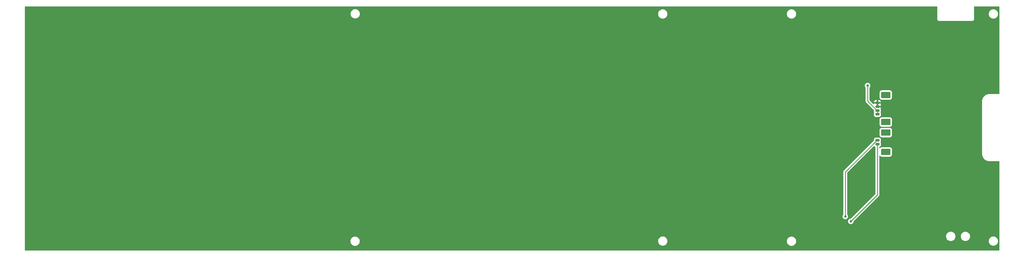
<source format=gbl>
G04 #@! TF.GenerationSoftware,KiCad,Pcbnew,(6.0.4-0)*
G04 #@! TF.CreationDate,2022-06-29T10:25:00-05:00*
G04 #@! TF.ProjectId,X+,582b2e6b-6963-4616-945f-706362585858,4*
G04 #@! TF.SameCoordinates,Original*
G04 #@! TF.FileFunction,Copper,L2,Bot*
G04 #@! TF.FilePolarity,Positive*
%FSLAX46Y46*%
G04 Gerber Fmt 4.6, Leading zero omitted, Abs format (unit mm)*
G04 Created by KiCad (PCBNEW (6.0.4-0)) date 2022-06-29 10:25:00*
%MOMM*%
%LPD*%
G01*
G04 APERTURE LIST*
G04 Aperture macros list*
%AMRoundRect*
0 Rectangle with rounded corners*
0 $1 Rounding radius*
0 $2 $3 $4 $5 $6 $7 $8 $9 X,Y pos of 4 corners*
0 Add a 4 corners polygon primitive as box body*
4,1,4,$2,$3,$4,$5,$6,$7,$8,$9,$2,$3,0*
0 Add four circle primitives for the rounded corners*
1,1,$1+$1,$2,$3*
1,1,$1+$1,$4,$5*
1,1,$1+$1,$6,$7*
1,1,$1+$1,$8,$9*
0 Add four rect primitives between the rounded corners*
20,1,$1+$1,$2,$3,$4,$5,0*
20,1,$1+$1,$4,$5,$6,$7,0*
20,1,$1+$1,$6,$7,$8,$9,0*
20,1,$1+$1,$8,$9,$2,$3,0*%
G04 Aperture macros list end*
G04 #@! TA.AperFunction,SMDPad,CuDef*
%ADD10RoundRect,0.200000X-0.450000X0.200000X-0.450000X-0.200000X0.450000X-0.200000X0.450000X0.200000X0*%
G04 #@! TD*
G04 #@! TA.AperFunction,SMDPad,CuDef*
%ADD11RoundRect,0.250000X-1.250000X0.800000X-1.250000X-0.800000X1.250000X-0.800000X1.250000X0.800000X0*%
G04 #@! TD*
G04 #@! TA.AperFunction,ViaPad*
%ADD12C,0.800000*%
G04 #@! TD*
G04 #@! TA.AperFunction,Conductor*
%ADD13C,0.250000*%
G04 #@! TD*
G04 APERTURE END LIST*
D10*
X426200000Y-161135000D03*
X426200000Y-162385000D03*
X426200000Y-163635000D03*
X426200000Y-164885000D03*
D11*
X428950000Y-158585000D03*
X428950000Y-167435000D03*
D10*
X426200000Y-173435000D03*
X426200000Y-174685000D03*
D11*
X428950000Y-177235000D03*
X428950000Y-170885000D03*
D12*
X329500000Y-188600000D03*
X192200000Y-187400000D03*
X284200000Y-144700000D03*
X375700000Y-185600000D03*
X375700000Y-141600000D03*
X192400000Y-143400000D03*
X149700000Y-139600000D03*
X238100000Y-188700000D03*
X283500000Y-188600000D03*
X238200000Y-144700000D03*
X419000000Y-197000000D03*
X149600000Y-183100000D03*
X423000000Y-149900000D03*
X329500000Y-144600000D03*
X423000000Y-155500000D03*
X417500000Y-200000000D03*
X415700000Y-198400000D03*
D13*
X423000000Y-160576783D02*
X423000000Y-155500000D01*
X426058217Y-163635000D02*
X423000000Y-160576783D01*
X426200000Y-163635000D02*
X426058217Y-163635000D01*
X426200000Y-163635000D02*
X426200000Y-164885000D01*
X426200000Y-174685000D02*
X426200000Y-191300000D01*
X426200000Y-191300000D02*
X417500000Y-200000000D01*
X426058217Y-173435000D02*
X415700000Y-183793217D01*
X426200000Y-173435000D02*
X426058217Y-173435000D01*
X415700000Y-183793217D02*
X415700000Y-198400000D01*
G04 #@! TA.AperFunction,Conductor*
G36*
X445733621Y-129560002D02*
G01*
X445780114Y-129613658D01*
X445791500Y-129666000D01*
X445791500Y-133741377D01*
X445791498Y-133742147D01*
X445791024Y-133819721D01*
X445793491Y-133828352D01*
X445799150Y-133848153D01*
X445802728Y-133864915D01*
X445806920Y-133894187D01*
X445810634Y-133902355D01*
X445810634Y-133902356D01*
X445817548Y-133917562D01*
X445823996Y-133935086D01*
X445831051Y-133959771D01*
X445835843Y-133967365D01*
X445835844Y-133967368D01*
X445846830Y-133984780D01*
X445854969Y-133999863D01*
X445867208Y-134026782D01*
X445873069Y-134033584D01*
X445883970Y-134046235D01*
X445895073Y-134061239D01*
X445908776Y-134082958D01*
X445915501Y-134088897D01*
X445915504Y-134088901D01*
X445930938Y-134102532D01*
X445942982Y-134114724D01*
X445956427Y-134130327D01*
X445956430Y-134130329D01*
X445962287Y-134137127D01*
X445969816Y-134142007D01*
X445969817Y-134142008D01*
X445983835Y-134151094D01*
X445998709Y-134162385D01*
X446011217Y-134173431D01*
X446017951Y-134179378D01*
X446044711Y-134191942D01*
X446059691Y-134200263D01*
X446076983Y-134211471D01*
X446076988Y-134211473D01*
X446084515Y-134216352D01*
X446093108Y-134218922D01*
X446093113Y-134218924D01*
X446109120Y-134223711D01*
X446126564Y-134230372D01*
X446141676Y-134237467D01*
X446141678Y-134237468D01*
X446149800Y-134241281D01*
X446158667Y-134242662D01*
X446158668Y-134242662D01*
X446161353Y-134243080D01*
X446179017Y-134245830D01*
X446195732Y-134249613D01*
X446215466Y-134255515D01*
X446215472Y-134255516D01*
X446224066Y-134258086D01*
X446233037Y-134258141D01*
X446233038Y-134258141D01*
X446243097Y-134258202D01*
X446258506Y-134258296D01*
X446259289Y-134258329D01*
X446260386Y-134258500D01*
X446291377Y-134258500D01*
X446292147Y-134258502D01*
X446365785Y-134258952D01*
X446365786Y-134258952D01*
X446369721Y-134258976D01*
X446371065Y-134258592D01*
X446372410Y-134258500D01*
X457291377Y-134258500D01*
X457292148Y-134258502D01*
X457369721Y-134258976D01*
X457398152Y-134250850D01*
X457414915Y-134247272D01*
X457415753Y-134247152D01*
X457444187Y-134243080D01*
X457467564Y-134232451D01*
X457485087Y-134226004D01*
X457509771Y-134218949D01*
X457517365Y-134214157D01*
X457517368Y-134214156D01*
X457534780Y-134203170D01*
X457549865Y-134195030D01*
X457576782Y-134182792D01*
X457596235Y-134166030D01*
X457611239Y-134154927D01*
X457632958Y-134141224D01*
X457638897Y-134134499D01*
X457638901Y-134134496D01*
X457652532Y-134119062D01*
X457664724Y-134107018D01*
X457680327Y-134093573D01*
X457680329Y-134093570D01*
X457687127Y-134087713D01*
X457701094Y-134066165D01*
X457712385Y-134051291D01*
X457723431Y-134038783D01*
X457723432Y-134038782D01*
X457729378Y-134032049D01*
X457741943Y-134005287D01*
X457750263Y-133990309D01*
X457761471Y-133973017D01*
X457761473Y-133973012D01*
X457766352Y-133965485D01*
X457768922Y-133956892D01*
X457768924Y-133956887D01*
X457773711Y-133940880D01*
X457780372Y-133923436D01*
X457787467Y-133908324D01*
X457787468Y-133908322D01*
X457791281Y-133900200D01*
X457795830Y-133870983D01*
X457799613Y-133854268D01*
X457805515Y-133834534D01*
X457805516Y-133834528D01*
X457808086Y-133825934D01*
X457808296Y-133791494D01*
X457808329Y-133790711D01*
X457808500Y-133789614D01*
X457808500Y-133758623D01*
X457808502Y-133757853D01*
X457808952Y-133684215D01*
X457808952Y-133684214D01*
X457808976Y-133680279D01*
X457808592Y-133678935D01*
X457808500Y-133677590D01*
X457808500Y-132010000D01*
X462631832Y-132010000D01*
X462650523Y-132247494D01*
X462651677Y-132252301D01*
X462651678Y-132252307D01*
X462684524Y-132389121D01*
X462706136Y-132479140D01*
X462708029Y-132483711D01*
X462708030Y-132483713D01*
X462774697Y-132644660D01*
X462797302Y-132699234D01*
X462921776Y-132902357D01*
X463076493Y-133083507D01*
X463257643Y-133238224D01*
X463460766Y-133362698D01*
X463465336Y-133364591D01*
X463465340Y-133364593D01*
X463676287Y-133451970D01*
X463680860Y-133453864D01*
X463760969Y-133473096D01*
X463907693Y-133508322D01*
X463907699Y-133508323D01*
X463912506Y-133509477D01*
X464150000Y-133528168D01*
X464387494Y-133509477D01*
X464392301Y-133508323D01*
X464392307Y-133508322D01*
X464539031Y-133473096D01*
X464619140Y-133453864D01*
X464623713Y-133451970D01*
X464834660Y-133364593D01*
X464834664Y-133364591D01*
X464839234Y-133362698D01*
X465042357Y-133238224D01*
X465223507Y-133083507D01*
X465378224Y-132902357D01*
X465502698Y-132699234D01*
X465525304Y-132644660D01*
X465591970Y-132483713D01*
X465591971Y-132483711D01*
X465593864Y-132479140D01*
X465615476Y-132389121D01*
X465648322Y-132252307D01*
X465648323Y-132252301D01*
X465649477Y-132247494D01*
X465668168Y-132010000D01*
X465649477Y-131772506D01*
X465642759Y-131744521D01*
X465599106Y-131562694D01*
X465593864Y-131540860D01*
X465580791Y-131509299D01*
X465504593Y-131325340D01*
X465504591Y-131325336D01*
X465502698Y-131320766D01*
X465378224Y-131117643D01*
X465223507Y-130936493D01*
X465042357Y-130781776D01*
X464839234Y-130657302D01*
X464834664Y-130655409D01*
X464834660Y-130655407D01*
X464623713Y-130568030D01*
X464623711Y-130568029D01*
X464619140Y-130566136D01*
X464539031Y-130546904D01*
X464392307Y-130511678D01*
X464392301Y-130511677D01*
X464387494Y-130510523D01*
X464150000Y-130491832D01*
X463912506Y-130510523D01*
X463907699Y-130511677D01*
X463907693Y-130511678D01*
X463760969Y-130546904D01*
X463680860Y-130566136D01*
X463676289Y-130568029D01*
X463676287Y-130568030D01*
X463465340Y-130655407D01*
X463465336Y-130655409D01*
X463460766Y-130657302D01*
X463257643Y-130781776D01*
X463076493Y-130936493D01*
X462921776Y-131117643D01*
X462797302Y-131320766D01*
X462795409Y-131325336D01*
X462795407Y-131325340D01*
X462719209Y-131509299D01*
X462706136Y-131540860D01*
X462700894Y-131562694D01*
X462657242Y-131744521D01*
X462650523Y-131772506D01*
X462632309Y-132003934D01*
X462631832Y-132010000D01*
X457808500Y-132010000D01*
X457808500Y-129666000D01*
X457828502Y-129597879D01*
X457882158Y-129551386D01*
X457934500Y-129540000D01*
X465964000Y-129540000D01*
X466032121Y-129560002D01*
X466078614Y-129613658D01*
X466090000Y-129666000D01*
X466090000Y-158125500D01*
X466069998Y-158193621D01*
X466016342Y-158240114D01*
X465964000Y-158251500D01*
X462953250Y-158251500D01*
X462932345Y-158249754D01*
X462917344Y-158247230D01*
X462917341Y-158247230D01*
X462912552Y-158246424D01*
X462906555Y-158246351D01*
X462904868Y-158246330D01*
X462904864Y-158246330D01*
X462900000Y-158246271D01*
X462895174Y-158246962D01*
X462893991Y-158247039D01*
X462885973Y-158247854D01*
X462606917Y-158264734D01*
X462606913Y-158264735D01*
X462603119Y-158264964D01*
X462492087Y-158285311D01*
X462314319Y-158317888D01*
X462314312Y-158317890D01*
X462310567Y-158318576D01*
X462026610Y-158407061D01*
X461755390Y-158529127D01*
X461752133Y-158531096D01*
X461752129Y-158531098D01*
X461720483Y-158550229D01*
X461500860Y-158682996D01*
X461266733Y-158866423D01*
X461056423Y-159076733D01*
X461054073Y-159079733D01*
X461054070Y-159079736D01*
X460918264Y-159253080D01*
X460872996Y-159310860D01*
X460871029Y-159314114D01*
X460729819Y-159547704D01*
X460719127Y-159565390D01*
X460597061Y-159836610D01*
X460508576Y-160120567D01*
X460507890Y-160124312D01*
X460507888Y-160124319D01*
X460482623Y-160262188D01*
X460454964Y-160413119D01*
X460454735Y-160416911D01*
X460454734Y-160416916D01*
X460438428Y-160686496D01*
X460437712Y-160693136D01*
X460437710Y-160693284D01*
X460437873Y-160693680D01*
X460436309Y-160703724D01*
X460437045Y-160709353D01*
X460437006Y-160710000D01*
X460437130Y-160710000D01*
X460438183Y-160718053D01*
X460440436Y-160735283D01*
X460441500Y-160751620D01*
X460441500Y-177760633D01*
X460440000Y-177780018D01*
X460436309Y-177803724D01*
X460437130Y-177810000D01*
X460437006Y-177810000D01*
X460437422Y-177816876D01*
X460453665Y-178085400D01*
X460454964Y-178106881D01*
X460455650Y-178110623D01*
X460502077Y-178363968D01*
X460508576Y-178399433D01*
X460597061Y-178683390D01*
X460719127Y-178954610D01*
X460872996Y-179209140D01*
X460875337Y-179212128D01*
X460875339Y-179212131D01*
X461054070Y-179440264D01*
X461056423Y-179443267D01*
X461266733Y-179653577D01*
X461269733Y-179655927D01*
X461269736Y-179655930D01*
X461313580Y-179690279D01*
X461500860Y-179837004D01*
X461504114Y-179838971D01*
X461752129Y-179988902D01*
X461752133Y-179988904D01*
X461755390Y-179990873D01*
X462026610Y-180112939D01*
X462310567Y-180201424D01*
X462314312Y-180202110D01*
X462314319Y-180202112D01*
X462492087Y-180234689D01*
X462603119Y-180255036D01*
X462606913Y-180255265D01*
X462606917Y-180255266D01*
X462868314Y-180271078D01*
X462881595Y-180272591D01*
X462887448Y-180273576D01*
X462893793Y-180273653D01*
X462895140Y-180273670D01*
X462895143Y-180273670D01*
X462900000Y-180273729D01*
X462927624Y-180269773D01*
X462945486Y-180268500D01*
X465964000Y-180268500D01*
X466032121Y-180288502D01*
X466078614Y-180342158D01*
X466090000Y-180394500D01*
X466090000Y-209424000D01*
X466069998Y-209492121D01*
X466016342Y-209538614D01*
X465964000Y-209550000D01*
X147446000Y-209550000D01*
X147377879Y-209529998D01*
X147331386Y-209476342D01*
X147320000Y-209424000D01*
X147320000Y-206510000D01*
X253831832Y-206510000D01*
X253850523Y-206747494D01*
X253851677Y-206752301D01*
X253851678Y-206752307D01*
X253885215Y-206891998D01*
X253906136Y-206979140D01*
X253908029Y-206983711D01*
X253908030Y-206983713D01*
X253974697Y-207144660D01*
X253997302Y-207199234D01*
X254121776Y-207402357D01*
X254276493Y-207583507D01*
X254457643Y-207738224D01*
X254660766Y-207862698D01*
X254665336Y-207864591D01*
X254665340Y-207864593D01*
X254876287Y-207951970D01*
X254880860Y-207953864D01*
X254960969Y-207973096D01*
X255107693Y-208008322D01*
X255107699Y-208008323D01*
X255112506Y-208009477D01*
X255350000Y-208028168D01*
X255587494Y-208009477D01*
X255592301Y-208008323D01*
X255592307Y-208008322D01*
X255739031Y-207973096D01*
X255819140Y-207953864D01*
X255823713Y-207951970D01*
X256034660Y-207864593D01*
X256034664Y-207864591D01*
X256039234Y-207862698D01*
X256242357Y-207738224D01*
X256423507Y-207583507D01*
X256578224Y-207402357D01*
X256702698Y-207199234D01*
X256725304Y-207144660D01*
X256791970Y-206983713D01*
X256791971Y-206983711D01*
X256793864Y-206979140D01*
X256814785Y-206891998D01*
X256848322Y-206752307D01*
X256848323Y-206752301D01*
X256849477Y-206747494D01*
X256868168Y-206510000D01*
X256864233Y-206460000D01*
X354485583Y-206460000D01*
X354485971Y-206464930D01*
X354485971Y-206464933D01*
X354489041Y-206503934D01*
X354504228Y-206696907D01*
X354505382Y-206701714D01*
X354505383Y-206701720D01*
X354536210Y-206830120D01*
X354559704Y-206927981D01*
X354561597Y-206932552D01*
X354561598Y-206932554D01*
X354578902Y-206974328D01*
X354650645Y-207147531D01*
X354774811Y-207350152D01*
X354929145Y-207530855D01*
X355109848Y-207685189D01*
X355312469Y-207809355D01*
X355317039Y-207811248D01*
X355317043Y-207811250D01*
X355527446Y-207898402D01*
X355527448Y-207898403D01*
X355532019Y-207900296D01*
X355612567Y-207919634D01*
X355758280Y-207954617D01*
X355758286Y-207954618D01*
X355763093Y-207955772D01*
X356000000Y-207974417D01*
X356236907Y-207955772D01*
X356241714Y-207954618D01*
X356241720Y-207954617D01*
X356387433Y-207919634D01*
X356467981Y-207900296D01*
X356472552Y-207898403D01*
X356472554Y-207898402D01*
X356682957Y-207811250D01*
X356682961Y-207811248D01*
X356687531Y-207809355D01*
X356890152Y-207685189D01*
X357070855Y-207530855D01*
X357225189Y-207350152D01*
X357349355Y-207147531D01*
X357421099Y-206974328D01*
X357438402Y-206932554D01*
X357438403Y-206932552D01*
X357440296Y-206927981D01*
X357463790Y-206830120D01*
X357494617Y-206701720D01*
X357494618Y-206701714D01*
X357495772Y-206696907D01*
X357510482Y-206510000D01*
X396581832Y-206510000D01*
X396600523Y-206747494D01*
X396601677Y-206752301D01*
X396601678Y-206752307D01*
X396635215Y-206891998D01*
X396656136Y-206979140D01*
X396658029Y-206983711D01*
X396658030Y-206983713D01*
X396724697Y-207144660D01*
X396747302Y-207199234D01*
X396871776Y-207402357D01*
X397026493Y-207583507D01*
X397207643Y-207738224D01*
X397410766Y-207862698D01*
X397415336Y-207864591D01*
X397415340Y-207864593D01*
X397626287Y-207951970D01*
X397630860Y-207953864D01*
X397710969Y-207973096D01*
X397857693Y-208008322D01*
X397857699Y-208008323D01*
X397862506Y-208009477D01*
X398100000Y-208028168D01*
X398337494Y-208009477D01*
X398342301Y-208008323D01*
X398342307Y-208008322D01*
X398489031Y-207973096D01*
X398569140Y-207953864D01*
X398573713Y-207951970D01*
X398784660Y-207864593D01*
X398784664Y-207864591D01*
X398789234Y-207862698D01*
X398992357Y-207738224D01*
X399173507Y-207583507D01*
X399328224Y-207402357D01*
X399452698Y-207199234D01*
X399475304Y-207144660D01*
X399541970Y-206983713D01*
X399541971Y-206983711D01*
X399543864Y-206979140D01*
X399564785Y-206891998D01*
X399598322Y-206752307D01*
X399598323Y-206752301D01*
X399599477Y-206747494D01*
X399618168Y-206510000D01*
X399614233Y-206460000D01*
X462631832Y-206460000D01*
X462650523Y-206697494D01*
X462651677Y-206702301D01*
X462651678Y-206702307D01*
X462684524Y-206839121D01*
X462706136Y-206929140D01*
X462708029Y-206933711D01*
X462708030Y-206933713D01*
X462736598Y-207002681D01*
X462797302Y-207149234D01*
X462921776Y-207352357D01*
X463076493Y-207533507D01*
X463257643Y-207688224D01*
X463460766Y-207812698D01*
X463465336Y-207814591D01*
X463465340Y-207814593D01*
X463676287Y-207901970D01*
X463680860Y-207903864D01*
X463760969Y-207923096D01*
X463907693Y-207958322D01*
X463907699Y-207958323D01*
X463912506Y-207959477D01*
X464150000Y-207978168D01*
X464387494Y-207959477D01*
X464392301Y-207958323D01*
X464392307Y-207958322D01*
X464539031Y-207923096D01*
X464619140Y-207903864D01*
X464623713Y-207901970D01*
X464834660Y-207814593D01*
X464834664Y-207814591D01*
X464839234Y-207812698D01*
X465042357Y-207688224D01*
X465223507Y-207533507D01*
X465378224Y-207352357D01*
X465502698Y-207149234D01*
X465563403Y-207002681D01*
X465591970Y-206933713D01*
X465591971Y-206933711D01*
X465593864Y-206929140D01*
X465615476Y-206839121D01*
X465648322Y-206702307D01*
X465648323Y-206702301D01*
X465649477Y-206697494D01*
X465668168Y-206460000D01*
X465649477Y-206222506D01*
X465642759Y-206194521D01*
X465599106Y-206012694D01*
X465593864Y-205990860D01*
X465590818Y-205983507D01*
X465504593Y-205775340D01*
X465504591Y-205775336D01*
X465502698Y-205770766D01*
X465378224Y-205567643D01*
X465223507Y-205386493D01*
X465042357Y-205231776D01*
X464839234Y-205107302D01*
X464834664Y-205105409D01*
X464834660Y-205105407D01*
X464623713Y-205018030D01*
X464623711Y-205018029D01*
X464619140Y-205016136D01*
X464517906Y-204991832D01*
X464392307Y-204961678D01*
X464392301Y-204961677D01*
X464387494Y-204960523D01*
X464150000Y-204941832D01*
X463912506Y-204960523D01*
X463907699Y-204961677D01*
X463907693Y-204961678D01*
X463782094Y-204991832D01*
X463680860Y-205016136D01*
X463676289Y-205018029D01*
X463676287Y-205018030D01*
X463465340Y-205105407D01*
X463465336Y-205105409D01*
X463460766Y-205107302D01*
X463257643Y-205231776D01*
X463076493Y-205386493D01*
X462921776Y-205567643D01*
X462797302Y-205770766D01*
X462795409Y-205775336D01*
X462795407Y-205775340D01*
X462709182Y-205983507D01*
X462706136Y-205990860D01*
X462700894Y-206012694D01*
X462657242Y-206194521D01*
X462650523Y-206222506D01*
X462632309Y-206453934D01*
X462631832Y-206460000D01*
X399614233Y-206460000D01*
X399599477Y-206272506D01*
X399597578Y-206264593D01*
X399545019Y-206045672D01*
X399543864Y-206040860D01*
X399530791Y-206009299D01*
X399454593Y-205825340D01*
X399454591Y-205825336D01*
X399452698Y-205820766D01*
X399328224Y-205617643D01*
X399173507Y-205436493D01*
X398992357Y-205281776D01*
X398789234Y-205157302D01*
X398784664Y-205155409D01*
X398784660Y-205155407D01*
X398573713Y-205068030D01*
X398573711Y-205068029D01*
X398569140Y-205066136D01*
X398474916Y-205043515D01*
X398342307Y-205011678D01*
X398342301Y-205011677D01*
X398337494Y-205010523D01*
X398100000Y-204991832D01*
X397862506Y-205010523D01*
X397857699Y-205011677D01*
X397857693Y-205011678D01*
X397725084Y-205043515D01*
X397630860Y-205066136D01*
X397626289Y-205068029D01*
X397626287Y-205068030D01*
X397415340Y-205155407D01*
X397415336Y-205155409D01*
X397410766Y-205157302D01*
X397207643Y-205281776D01*
X397026493Y-205436493D01*
X396871776Y-205617643D01*
X396747302Y-205820766D01*
X396745409Y-205825336D01*
X396745407Y-205825340D01*
X396669209Y-206009299D01*
X396656136Y-206040860D01*
X396654981Y-206045672D01*
X396602423Y-206264593D01*
X396600523Y-206272506D01*
X396582309Y-206503934D01*
X396581832Y-206510000D01*
X357510482Y-206510000D01*
X357514417Y-206460000D01*
X357495772Y-206223093D01*
X357488913Y-206194521D01*
X357459634Y-206072567D01*
X357440296Y-205992019D01*
X357436770Y-205983507D01*
X357351250Y-205777043D01*
X357351248Y-205777039D01*
X357349355Y-205772469D01*
X357225189Y-205569848D01*
X357070855Y-205389145D01*
X356890152Y-205234811D01*
X356687531Y-205110645D01*
X356682961Y-205108752D01*
X356682957Y-205108750D01*
X356472554Y-205021598D01*
X356472552Y-205021597D01*
X356467981Y-205019704D01*
X356351886Y-204991832D01*
X356241720Y-204965383D01*
X356241714Y-204965382D01*
X356236907Y-204964228D01*
X356000000Y-204945583D01*
X355763093Y-204964228D01*
X355758286Y-204965382D01*
X355758280Y-204965383D01*
X355648114Y-204991832D01*
X355532019Y-205019704D01*
X355527448Y-205021597D01*
X355527446Y-205021598D01*
X355317043Y-205108750D01*
X355317039Y-205108752D01*
X355312469Y-205110645D01*
X355109848Y-205234811D01*
X354929145Y-205389145D01*
X354774811Y-205569848D01*
X354650645Y-205772469D01*
X354648752Y-205777039D01*
X354648750Y-205777043D01*
X354563230Y-205983507D01*
X354559704Y-205992019D01*
X354540366Y-206072567D01*
X354511088Y-206194521D01*
X354504228Y-206223093D01*
X354494085Y-206351970D01*
X354486057Y-206453980D01*
X354486055Y-206453980D01*
X354486056Y-206453988D01*
X354485583Y-206460000D01*
X256864233Y-206460000D01*
X256849477Y-206272506D01*
X256847578Y-206264593D01*
X256795019Y-206045672D01*
X256793864Y-206040860D01*
X256780791Y-206009299D01*
X256704593Y-205825340D01*
X256704591Y-205825336D01*
X256702698Y-205820766D01*
X256578224Y-205617643D01*
X256423507Y-205436493D01*
X256242357Y-205281776D01*
X256039234Y-205157302D01*
X256034664Y-205155409D01*
X256034660Y-205155407D01*
X255823713Y-205068030D01*
X255823711Y-205068029D01*
X255819140Y-205066136D01*
X255724916Y-205043515D01*
X255592307Y-205011678D01*
X255592301Y-205011677D01*
X255587494Y-205010523D01*
X255350000Y-204991832D01*
X255112506Y-205010523D01*
X255107699Y-205011677D01*
X255107693Y-205011678D01*
X254975084Y-205043515D01*
X254880860Y-205066136D01*
X254876289Y-205068029D01*
X254876287Y-205068030D01*
X254665340Y-205155407D01*
X254665336Y-205155409D01*
X254660766Y-205157302D01*
X254457643Y-205281776D01*
X254276493Y-205436493D01*
X254121776Y-205617643D01*
X253997302Y-205820766D01*
X253995409Y-205825336D01*
X253995407Y-205825340D01*
X253919209Y-206009299D01*
X253906136Y-206040860D01*
X253904981Y-206045672D01*
X253852423Y-206264593D01*
X253850523Y-206272506D01*
X253832309Y-206503934D01*
X253831832Y-206510000D01*
X147320000Y-206510000D01*
X147320000Y-204910000D01*
X448681832Y-204910000D01*
X448700523Y-205147494D01*
X448701677Y-205152301D01*
X448701678Y-205152307D01*
X448732761Y-205281776D01*
X448756136Y-205379140D01*
X448758029Y-205383711D01*
X448758030Y-205383713D01*
X448836877Y-205574065D01*
X448847302Y-205599234D01*
X448971776Y-205802357D01*
X449126493Y-205983507D01*
X449307643Y-206138224D01*
X449510766Y-206262698D01*
X449515336Y-206264591D01*
X449515340Y-206264593D01*
X449726287Y-206351970D01*
X449730860Y-206353864D01*
X449810969Y-206373096D01*
X449957693Y-206408322D01*
X449957699Y-206408323D01*
X449962506Y-206409477D01*
X450200000Y-206428168D01*
X450437494Y-206409477D01*
X450442301Y-206408323D01*
X450442307Y-206408322D01*
X450589031Y-206373096D01*
X450669140Y-206353864D01*
X450673713Y-206351970D01*
X450884660Y-206264593D01*
X450884664Y-206264591D01*
X450889234Y-206262698D01*
X451092357Y-206138224D01*
X451273507Y-205983507D01*
X451428224Y-205802357D01*
X451552698Y-205599234D01*
X451563124Y-205574065D01*
X451641970Y-205383713D01*
X451641971Y-205383711D01*
X451643864Y-205379140D01*
X451667239Y-205281776D01*
X451698322Y-205152307D01*
X451698323Y-205152301D01*
X451699477Y-205147494D01*
X451718168Y-204910000D01*
X453481832Y-204910000D01*
X453500523Y-205147494D01*
X453501677Y-205152301D01*
X453501678Y-205152307D01*
X453532761Y-205281776D01*
X453556136Y-205379140D01*
X453558029Y-205383711D01*
X453558030Y-205383713D01*
X453636877Y-205574065D01*
X453647302Y-205599234D01*
X453771776Y-205802357D01*
X453926493Y-205983507D01*
X454107643Y-206138224D01*
X454310766Y-206262698D01*
X454315336Y-206264591D01*
X454315340Y-206264593D01*
X454526287Y-206351970D01*
X454530860Y-206353864D01*
X454610969Y-206373096D01*
X454757693Y-206408322D01*
X454757699Y-206408323D01*
X454762506Y-206409477D01*
X455000000Y-206428168D01*
X455237494Y-206409477D01*
X455242301Y-206408323D01*
X455242307Y-206408322D01*
X455389031Y-206373096D01*
X455469140Y-206353864D01*
X455473713Y-206351970D01*
X455684660Y-206264593D01*
X455684664Y-206264591D01*
X455689234Y-206262698D01*
X455892357Y-206138224D01*
X456073507Y-205983507D01*
X456228224Y-205802357D01*
X456352698Y-205599234D01*
X456363124Y-205574065D01*
X456441970Y-205383713D01*
X456441971Y-205383711D01*
X456443864Y-205379140D01*
X456467239Y-205281776D01*
X456498322Y-205152307D01*
X456498323Y-205152301D01*
X456499477Y-205147494D01*
X456518168Y-204910000D01*
X456499477Y-204672506D01*
X456443864Y-204440860D01*
X456352698Y-204220766D01*
X456228224Y-204017643D01*
X456073507Y-203836493D01*
X455892357Y-203681776D01*
X455689234Y-203557302D01*
X455684664Y-203555409D01*
X455684660Y-203555407D01*
X455473713Y-203468030D01*
X455473711Y-203468029D01*
X455469140Y-203466136D01*
X455389031Y-203446904D01*
X455242307Y-203411678D01*
X455242301Y-203411677D01*
X455237494Y-203410523D01*
X455000000Y-203391832D01*
X454762506Y-203410523D01*
X454757699Y-203411677D01*
X454757693Y-203411678D01*
X454610969Y-203446904D01*
X454530860Y-203466136D01*
X454526289Y-203468029D01*
X454526287Y-203468030D01*
X454315340Y-203555407D01*
X454315336Y-203555409D01*
X454310766Y-203557302D01*
X454107643Y-203681776D01*
X453926493Y-203836493D01*
X453771776Y-204017643D01*
X453647302Y-204220766D01*
X453556136Y-204440860D01*
X453500523Y-204672506D01*
X453482309Y-204903934D01*
X453481832Y-204910000D01*
X451718168Y-204910000D01*
X451699477Y-204672506D01*
X451643864Y-204440860D01*
X451552698Y-204220766D01*
X451428224Y-204017643D01*
X451273507Y-203836493D01*
X451092357Y-203681776D01*
X450889234Y-203557302D01*
X450884664Y-203555409D01*
X450884660Y-203555407D01*
X450673713Y-203468030D01*
X450673711Y-203468029D01*
X450669140Y-203466136D01*
X450589031Y-203446904D01*
X450442307Y-203411678D01*
X450442301Y-203411677D01*
X450437494Y-203410523D01*
X450200000Y-203391832D01*
X449962506Y-203410523D01*
X449957699Y-203411677D01*
X449957693Y-203411678D01*
X449810969Y-203446904D01*
X449730860Y-203466136D01*
X449726289Y-203468029D01*
X449726287Y-203468030D01*
X449515340Y-203555407D01*
X449515336Y-203555409D01*
X449510766Y-203557302D01*
X449307643Y-203681776D01*
X449126493Y-203836493D01*
X448971776Y-204017643D01*
X448847302Y-204220766D01*
X448756136Y-204440860D01*
X448700523Y-204672506D01*
X448682309Y-204903934D01*
X448681832Y-204910000D01*
X147320000Y-204910000D01*
X147320000Y-198400000D01*
X414786496Y-198400000D01*
X414806458Y-198589928D01*
X414865473Y-198771556D01*
X414960960Y-198936944D01*
X415088747Y-199078866D01*
X415243248Y-199191118D01*
X415249276Y-199193802D01*
X415249278Y-199193803D01*
X415411681Y-199266109D01*
X415417712Y-199268794D01*
X415511113Y-199288647D01*
X415598056Y-199307128D01*
X415598061Y-199307128D01*
X415604513Y-199308500D01*
X415795487Y-199308500D01*
X415801939Y-199307128D01*
X415801944Y-199307128D01*
X415888888Y-199288647D01*
X415982288Y-199268794D01*
X415988319Y-199266109D01*
X416150722Y-199193803D01*
X416150724Y-199193802D01*
X416156752Y-199191118D01*
X416311253Y-199078866D01*
X416439040Y-198936944D01*
X416534527Y-198771556D01*
X416593542Y-198589928D01*
X416613504Y-198400000D01*
X416593542Y-198210072D01*
X416534527Y-198028444D01*
X416439040Y-197863056D01*
X416365863Y-197781785D01*
X416335147Y-197717779D01*
X416333500Y-197697476D01*
X416333500Y-184107811D01*
X416353502Y-184039690D01*
X416370405Y-184018716D01*
X425036956Y-175352166D01*
X425099268Y-175318140D01*
X425170083Y-175323205D01*
X425215146Y-175352166D01*
X425309619Y-175446639D01*
X425456301Y-175535472D01*
X425478180Y-175542328D01*
X425537201Y-175581785D01*
X425565521Y-175646888D01*
X425566500Y-175662562D01*
X425566500Y-190985406D01*
X425546498Y-191053527D01*
X425529595Y-191074501D01*
X417549500Y-199054595D01*
X417487188Y-199088621D01*
X417460405Y-199091500D01*
X417404513Y-199091500D01*
X417398061Y-199092872D01*
X417398056Y-199092872D01*
X417311113Y-199111353D01*
X417217712Y-199131206D01*
X417211682Y-199133891D01*
X417211681Y-199133891D01*
X417049278Y-199206197D01*
X417049276Y-199206198D01*
X417043248Y-199208882D01*
X416888747Y-199321134D01*
X416760960Y-199463056D01*
X416665473Y-199628444D01*
X416606458Y-199810072D01*
X416586496Y-200000000D01*
X416606458Y-200189928D01*
X416665473Y-200371556D01*
X416760960Y-200536944D01*
X416888747Y-200678866D01*
X417043248Y-200791118D01*
X417049276Y-200793802D01*
X417049278Y-200793803D01*
X417211681Y-200866109D01*
X417217712Y-200868794D01*
X417311113Y-200888647D01*
X417398056Y-200907128D01*
X417398061Y-200907128D01*
X417404513Y-200908500D01*
X417595487Y-200908500D01*
X417601939Y-200907128D01*
X417601944Y-200907128D01*
X417688887Y-200888647D01*
X417782288Y-200868794D01*
X417788319Y-200866109D01*
X417950722Y-200793803D01*
X417950724Y-200793802D01*
X417956752Y-200791118D01*
X418111253Y-200678866D01*
X418239040Y-200536944D01*
X418334527Y-200371556D01*
X418393542Y-200189928D01*
X418410907Y-200024706D01*
X418437920Y-199959050D01*
X418447122Y-199948782D01*
X426592253Y-191803652D01*
X426600539Y-191796112D01*
X426607018Y-191792000D01*
X426653644Y-191742348D01*
X426656398Y-191739507D01*
X426676135Y-191719770D01*
X426678615Y-191716573D01*
X426686320Y-191707551D01*
X426711159Y-191681100D01*
X426716586Y-191675321D01*
X426720405Y-191668375D01*
X426720407Y-191668372D01*
X426726348Y-191657566D01*
X426737199Y-191641047D01*
X426744758Y-191631301D01*
X426749614Y-191625041D01*
X426752759Y-191617772D01*
X426752762Y-191617768D01*
X426767174Y-191584463D01*
X426772391Y-191573813D01*
X426793695Y-191535060D01*
X426798733Y-191515437D01*
X426805137Y-191496734D01*
X426810033Y-191485420D01*
X426810033Y-191485419D01*
X426813181Y-191478145D01*
X426814420Y-191470322D01*
X426814423Y-191470312D01*
X426820099Y-191434476D01*
X426822505Y-191422856D01*
X426831528Y-191387711D01*
X426831528Y-191387710D01*
X426833500Y-191380030D01*
X426833500Y-191359776D01*
X426835051Y-191340065D01*
X426836980Y-191327886D01*
X426838220Y-191320057D01*
X426834059Y-191276038D01*
X426833500Y-191264181D01*
X426833500Y-178519289D01*
X426853502Y-178451168D01*
X426907158Y-178404675D01*
X426977432Y-178394571D01*
X427042012Y-178424065D01*
X427066644Y-178452986D01*
X427101522Y-178509348D01*
X427226697Y-178634305D01*
X427232927Y-178638145D01*
X427232928Y-178638146D01*
X427370090Y-178722694D01*
X427377262Y-178727115D01*
X427457005Y-178753564D01*
X427538611Y-178780632D01*
X427538613Y-178780632D01*
X427545139Y-178782797D01*
X427551975Y-178783497D01*
X427551978Y-178783498D01*
X427595031Y-178787909D01*
X427649600Y-178793500D01*
X430250400Y-178793500D01*
X430253646Y-178793163D01*
X430253650Y-178793163D01*
X430349308Y-178783238D01*
X430349312Y-178783237D01*
X430356166Y-178782526D01*
X430362702Y-178780345D01*
X430362704Y-178780345D01*
X430494806Y-178736272D01*
X430523946Y-178726550D01*
X430674348Y-178633478D01*
X430799305Y-178508303D01*
X430851230Y-178424065D01*
X430888275Y-178363968D01*
X430888276Y-178363966D01*
X430892115Y-178357738D01*
X430947797Y-178189861D01*
X430958500Y-178085400D01*
X430958500Y-176384600D01*
X430947526Y-176278834D01*
X430891550Y-176111054D01*
X430798478Y-175960652D01*
X430673303Y-175835695D01*
X430667072Y-175831854D01*
X430528968Y-175746725D01*
X430528966Y-175746724D01*
X430522738Y-175742885D01*
X430362254Y-175689655D01*
X430361389Y-175689368D01*
X430361387Y-175689368D01*
X430354861Y-175687203D01*
X430348025Y-175686503D01*
X430348022Y-175686502D01*
X430304969Y-175682091D01*
X430250400Y-175676500D01*
X427649600Y-175676500D01*
X427646354Y-175676837D01*
X427646350Y-175676837D01*
X427550692Y-175686762D01*
X427550688Y-175686763D01*
X427543834Y-175687474D01*
X427537298Y-175689655D01*
X427537296Y-175689655D01*
X427405194Y-175733728D01*
X427376054Y-175743450D01*
X427225652Y-175836522D01*
X427100695Y-175961697D01*
X427096855Y-175967927D01*
X427096854Y-175967928D01*
X427066760Y-176016750D01*
X427013988Y-176064243D01*
X426943916Y-176075667D01*
X426878793Y-176047393D01*
X426839293Y-175988399D01*
X426833500Y-175950634D01*
X426833500Y-175662562D01*
X426853502Y-175594441D01*
X426907158Y-175547948D01*
X426921811Y-175542331D01*
X426943699Y-175535472D01*
X427090381Y-175446639D01*
X427211639Y-175325381D01*
X427300472Y-175178699D01*
X427351753Y-175015062D01*
X427358500Y-174941635D01*
X427358499Y-174428366D01*
X427351753Y-174354938D01*
X427300472Y-174191301D01*
X427260483Y-174125271D01*
X427242304Y-174056641D01*
X427260483Y-173994729D01*
X427296537Y-173935196D01*
X427300472Y-173928699D01*
X427351753Y-173765062D01*
X427358500Y-173691635D01*
X427358499Y-173178366D01*
X427358234Y-173175474D01*
X427352364Y-173111592D01*
X427351753Y-173104938D01*
X427300472Y-172941301D01*
X427211639Y-172794619D01*
X427090381Y-172673361D01*
X426943699Y-172584528D01*
X426936452Y-172582257D01*
X426936450Y-172582256D01*
X426870164Y-172561483D01*
X426780062Y-172533247D01*
X426706635Y-172526500D01*
X426703737Y-172526500D01*
X426198686Y-172526501D01*
X425693366Y-172526501D01*
X425690508Y-172526764D01*
X425690499Y-172526764D01*
X425654996Y-172530026D01*
X425619938Y-172533247D01*
X425613560Y-172535246D01*
X425613559Y-172535246D01*
X425463550Y-172582256D01*
X425463548Y-172582257D01*
X425456301Y-172584528D01*
X425309619Y-172673361D01*
X425188361Y-172794619D01*
X425099528Y-172941301D01*
X425048247Y-173104938D01*
X425041500Y-173178365D01*
X425041500Y-173181263D01*
X425041501Y-173503622D01*
X425021499Y-173571742D01*
X425004596Y-173592717D01*
X415307747Y-183289565D01*
X415299461Y-183297105D01*
X415292982Y-183301217D01*
X415287557Y-183306994D01*
X415246357Y-183350868D01*
X415243602Y-183353710D01*
X415223865Y-183373447D01*
X415221385Y-183376644D01*
X415213682Y-183385664D01*
X415183414Y-183417896D01*
X415179595Y-183424842D01*
X415179593Y-183424845D01*
X415173652Y-183435651D01*
X415162801Y-183452170D01*
X415150386Y-183468176D01*
X415147241Y-183475445D01*
X415147238Y-183475449D01*
X415132826Y-183508754D01*
X415127609Y-183519404D01*
X415106305Y-183558157D01*
X415104334Y-183565832D01*
X415104334Y-183565833D01*
X415101267Y-183577779D01*
X415094863Y-183596483D01*
X415086819Y-183615072D01*
X415085580Y-183622895D01*
X415085577Y-183622905D01*
X415079901Y-183658741D01*
X415077495Y-183670361D01*
X415066500Y-183713187D01*
X415066500Y-183733441D01*
X415064949Y-183753151D01*
X415061780Y-183773160D01*
X415062526Y-183781052D01*
X415065941Y-183817178D01*
X415066500Y-183829036D01*
X415066500Y-197697476D01*
X415046498Y-197765597D01*
X415034142Y-197781779D01*
X414960960Y-197863056D01*
X414865473Y-198028444D01*
X414806458Y-198210072D01*
X414786496Y-198400000D01*
X147320000Y-198400000D01*
X147320000Y-171735400D01*
X426941500Y-171735400D01*
X426952474Y-171841166D01*
X427008450Y-172008946D01*
X427101522Y-172159348D01*
X427226697Y-172284305D01*
X427232927Y-172288145D01*
X427232928Y-172288146D01*
X427370090Y-172372694D01*
X427377262Y-172377115D01*
X427457005Y-172403564D01*
X427538611Y-172430632D01*
X427538613Y-172430632D01*
X427545139Y-172432797D01*
X427551975Y-172433497D01*
X427551978Y-172433498D01*
X427595031Y-172437909D01*
X427649600Y-172443500D01*
X430250400Y-172443500D01*
X430253646Y-172443163D01*
X430253650Y-172443163D01*
X430349308Y-172433238D01*
X430349312Y-172433237D01*
X430356166Y-172432526D01*
X430362702Y-172430345D01*
X430362704Y-172430345D01*
X430494806Y-172386272D01*
X430523946Y-172376550D01*
X430674348Y-172283478D01*
X430799305Y-172158303D01*
X430892115Y-172007738D01*
X430947797Y-171839861D01*
X430958500Y-171735400D01*
X430958500Y-170034600D01*
X430947526Y-169928834D01*
X430891550Y-169761054D01*
X430798478Y-169610652D01*
X430673303Y-169485695D01*
X430667072Y-169481854D01*
X430528968Y-169396725D01*
X430528966Y-169396724D01*
X430522738Y-169392885D01*
X430362254Y-169339655D01*
X430361389Y-169339368D01*
X430361387Y-169339368D01*
X430354861Y-169337203D01*
X430348025Y-169336503D01*
X430348022Y-169336502D01*
X430304969Y-169332091D01*
X430250400Y-169326500D01*
X427649600Y-169326500D01*
X427646354Y-169326837D01*
X427646350Y-169326837D01*
X427550692Y-169336762D01*
X427550688Y-169336763D01*
X427543834Y-169337474D01*
X427537298Y-169339655D01*
X427537296Y-169339655D01*
X427405194Y-169383728D01*
X427376054Y-169393450D01*
X427225652Y-169486522D01*
X427100695Y-169611697D01*
X427007885Y-169762262D01*
X426952203Y-169930139D01*
X426941500Y-170034600D01*
X426941500Y-171735400D01*
X147320000Y-171735400D01*
X147320000Y-168285400D01*
X426941500Y-168285400D01*
X426952474Y-168391166D01*
X427008450Y-168558946D01*
X427101522Y-168709348D01*
X427226697Y-168834305D01*
X427232927Y-168838145D01*
X427232928Y-168838146D01*
X427370090Y-168922694D01*
X427377262Y-168927115D01*
X427457005Y-168953564D01*
X427538611Y-168980632D01*
X427538613Y-168980632D01*
X427545139Y-168982797D01*
X427551975Y-168983497D01*
X427551978Y-168983498D01*
X427595031Y-168987909D01*
X427649600Y-168993500D01*
X430250400Y-168993500D01*
X430253646Y-168993163D01*
X430253650Y-168993163D01*
X430349308Y-168983238D01*
X430349312Y-168983237D01*
X430356166Y-168982526D01*
X430362702Y-168980345D01*
X430362704Y-168980345D01*
X430494806Y-168936272D01*
X430523946Y-168926550D01*
X430674348Y-168833478D01*
X430799305Y-168708303D01*
X430892115Y-168557738D01*
X430947797Y-168389861D01*
X430958500Y-168285400D01*
X430958500Y-166584600D01*
X430947526Y-166478834D01*
X430891550Y-166311054D01*
X430798478Y-166160652D01*
X430673303Y-166035695D01*
X430667072Y-166031854D01*
X430528968Y-165946725D01*
X430528966Y-165946724D01*
X430522738Y-165942885D01*
X430362254Y-165889655D01*
X430361389Y-165889368D01*
X430361387Y-165889368D01*
X430354861Y-165887203D01*
X430348025Y-165886503D01*
X430348022Y-165886502D01*
X430304969Y-165882091D01*
X430250400Y-165876500D01*
X427649600Y-165876500D01*
X427646354Y-165876837D01*
X427646350Y-165876837D01*
X427550692Y-165886762D01*
X427550688Y-165886763D01*
X427543834Y-165887474D01*
X427537298Y-165889655D01*
X427537296Y-165889655D01*
X427405194Y-165933728D01*
X427376054Y-165943450D01*
X427225652Y-166036522D01*
X427100695Y-166161697D01*
X427007885Y-166312262D01*
X426952203Y-166480139D01*
X426941500Y-166584600D01*
X426941500Y-168285400D01*
X147320000Y-168285400D01*
X147320000Y-155500000D01*
X422086496Y-155500000D01*
X422106458Y-155689928D01*
X422165473Y-155871556D01*
X422260960Y-156036944D01*
X422334137Y-156118215D01*
X422364853Y-156182221D01*
X422366500Y-156202524D01*
X422366500Y-160498016D01*
X422365973Y-160509199D01*
X422364298Y-160516692D01*
X422364547Y-160524618D01*
X422364547Y-160524619D01*
X422366438Y-160584769D01*
X422366500Y-160588728D01*
X422366500Y-160616639D01*
X422366997Y-160620573D01*
X422366997Y-160620574D01*
X422367005Y-160620639D01*
X422367938Y-160632476D01*
X422369327Y-160676672D01*
X422374978Y-160696122D01*
X422378987Y-160715483D01*
X422381526Y-160735580D01*
X422384445Y-160742951D01*
X422384445Y-160742953D01*
X422397804Y-160776695D01*
X422401649Y-160787925D01*
X422411771Y-160822766D01*
X422413982Y-160830376D01*
X422418015Y-160837195D01*
X422418017Y-160837200D01*
X422424293Y-160847811D01*
X422432988Y-160865559D01*
X422440448Y-160884400D01*
X422445110Y-160890816D01*
X422445110Y-160890817D01*
X422466436Y-160920170D01*
X422472952Y-160930090D01*
X422495458Y-160968145D01*
X422509779Y-160982466D01*
X422522619Y-160997499D01*
X422534528Y-161013890D01*
X422540634Y-161018941D01*
X422568605Y-161042081D01*
X422577384Y-161050071D01*
X425004595Y-163477283D01*
X425038621Y-163539595D01*
X425041500Y-163566378D01*
X425041501Y-163891634D01*
X425041764Y-163894492D01*
X425041764Y-163894501D01*
X425045026Y-163930004D01*
X425048247Y-163965062D01*
X425099528Y-164128699D01*
X425103463Y-164135196D01*
X425139517Y-164194729D01*
X425157696Y-164263359D01*
X425139517Y-164325270D01*
X425099528Y-164391301D01*
X425048247Y-164554938D01*
X425041500Y-164628365D01*
X425041501Y-165141634D01*
X425041764Y-165144492D01*
X425041764Y-165144501D01*
X425045026Y-165180004D01*
X425048247Y-165215062D01*
X425099528Y-165378699D01*
X425188361Y-165525381D01*
X425309619Y-165646639D01*
X425456301Y-165735472D01*
X425463548Y-165737743D01*
X425463550Y-165737744D01*
X425529836Y-165758517D01*
X425619938Y-165786753D01*
X425693365Y-165793500D01*
X425696263Y-165793500D01*
X426201314Y-165793499D01*
X426706634Y-165793499D01*
X426709492Y-165793236D01*
X426709501Y-165793236D01*
X426745004Y-165789974D01*
X426780062Y-165786753D01*
X426786447Y-165784752D01*
X426936450Y-165737744D01*
X426936452Y-165737743D01*
X426943699Y-165735472D01*
X427090381Y-165646639D01*
X427211639Y-165525381D01*
X427300472Y-165378699D01*
X427351753Y-165215062D01*
X427358500Y-165141635D01*
X427358499Y-164628366D01*
X427358234Y-164625474D01*
X427352364Y-164561592D01*
X427351753Y-164554938D01*
X427300472Y-164391301D01*
X427260483Y-164325271D01*
X427242304Y-164256641D01*
X427260483Y-164194729D01*
X427296537Y-164135196D01*
X427300472Y-164128699D01*
X427351753Y-163965062D01*
X427358500Y-163891635D01*
X427358499Y-163378366D01*
X427351753Y-163304938D01*
X427300472Y-163141301D01*
X427260191Y-163074788D01*
X427242012Y-163006160D01*
X427260191Y-162944247D01*
X427296077Y-162884992D01*
X427302285Y-162871243D01*
X427349256Y-162721356D01*
X427351869Y-162708306D01*
X427356913Y-162653414D01*
X427353525Y-162641876D01*
X427352135Y-162640671D01*
X427344452Y-162639000D01*
X426072000Y-162639000D01*
X426003879Y-162618998D01*
X425957386Y-162565342D01*
X425946000Y-162513000D01*
X425946000Y-162112885D01*
X426454000Y-162112885D01*
X426458475Y-162128124D01*
X426459865Y-162129329D01*
X426467548Y-162131000D01*
X427339884Y-162131000D01*
X427355123Y-162126525D01*
X427356328Y-162125135D01*
X427357291Y-162120706D01*
X427351868Y-162061685D01*
X427349257Y-162048649D01*
X427302285Y-161898757D01*
X427296080Y-161885015D01*
X427259898Y-161825272D01*
X427241719Y-161756642D01*
X427259898Y-161694728D01*
X427296080Y-161634985D01*
X427302285Y-161621243D01*
X427349256Y-161471356D01*
X427351869Y-161458306D01*
X427356913Y-161403414D01*
X427353525Y-161391876D01*
X427352135Y-161390671D01*
X427344452Y-161389000D01*
X426472115Y-161389000D01*
X426456876Y-161393475D01*
X426455671Y-161394865D01*
X426454000Y-161402548D01*
X426454000Y-162112885D01*
X425946000Y-162112885D01*
X425946000Y-161407115D01*
X425941525Y-161391876D01*
X425940135Y-161390671D01*
X425932452Y-161389000D01*
X425060116Y-161389000D01*
X425044877Y-161393475D01*
X425043672Y-161394865D01*
X425042709Y-161399294D01*
X425043630Y-161409320D01*
X425029944Y-161478985D01*
X424980767Y-161530191D01*
X424911712Y-161546682D01*
X424844703Y-161523221D01*
X424829066Y-161509945D01*
X424185708Y-160866586D01*
X425043087Y-160866586D01*
X425046475Y-160878124D01*
X425047865Y-160879329D01*
X425055548Y-160881000D01*
X425927885Y-160881000D01*
X425943124Y-160876525D01*
X425944329Y-160875135D01*
X425946000Y-160867452D01*
X425946000Y-160862885D01*
X426454000Y-160862885D01*
X426458475Y-160878124D01*
X426459865Y-160879329D01*
X426467548Y-160881000D01*
X427339884Y-160881000D01*
X427355123Y-160876525D01*
X427356328Y-160875135D01*
X427357291Y-160870706D01*
X427351868Y-160811685D01*
X427349257Y-160798649D01*
X427302285Y-160648757D01*
X427296079Y-160635012D01*
X427215176Y-160501426D01*
X427205869Y-160489557D01*
X427095443Y-160379131D01*
X427083574Y-160369824D01*
X426949988Y-160288921D01*
X426936243Y-160282715D01*
X426786356Y-160235744D01*
X426773306Y-160233131D01*
X426709479Y-160227266D01*
X426703691Y-160227000D01*
X426472115Y-160227000D01*
X426456876Y-160231475D01*
X426455671Y-160232865D01*
X426454000Y-160240548D01*
X426454000Y-160862885D01*
X425946000Y-160862885D01*
X425946000Y-160245116D01*
X425941525Y-160229877D01*
X425940135Y-160228672D01*
X425932452Y-160227001D01*
X425696295Y-160227001D01*
X425690546Y-160227264D01*
X425626685Y-160233132D01*
X425613649Y-160235743D01*
X425463757Y-160282715D01*
X425450012Y-160288921D01*
X425316426Y-160369824D01*
X425304557Y-160379131D01*
X425194131Y-160489557D01*
X425184824Y-160501426D01*
X425103921Y-160635012D01*
X425097715Y-160648757D01*
X425050744Y-160798644D01*
X425048131Y-160811694D01*
X425043087Y-160866586D01*
X424185708Y-160866586D01*
X423670405Y-160351283D01*
X423636379Y-160288971D01*
X423633500Y-160262188D01*
X423633500Y-159435400D01*
X426941500Y-159435400D01*
X426952474Y-159541166D01*
X427008450Y-159708946D01*
X427101522Y-159859348D01*
X427226697Y-159984305D01*
X427232927Y-159988145D01*
X427232928Y-159988146D01*
X427370090Y-160072694D01*
X427377262Y-160077115D01*
X427457005Y-160103564D01*
X427538611Y-160130632D01*
X427538613Y-160130632D01*
X427545139Y-160132797D01*
X427551975Y-160133497D01*
X427551978Y-160133498D01*
X427595031Y-160137909D01*
X427649600Y-160143500D01*
X430250400Y-160143500D01*
X430253646Y-160143163D01*
X430253650Y-160143163D01*
X430349308Y-160133238D01*
X430349312Y-160133237D01*
X430356166Y-160132526D01*
X430362702Y-160130345D01*
X430362704Y-160130345D01*
X430494806Y-160086272D01*
X430523946Y-160076550D01*
X430674348Y-159983478D01*
X430799305Y-159858303D01*
X430892115Y-159707738D01*
X430938177Y-159568866D01*
X430945632Y-159546389D01*
X430945632Y-159546387D01*
X430947797Y-159539861D01*
X430958500Y-159435400D01*
X430958500Y-157734600D01*
X430947526Y-157628834D01*
X430891550Y-157461054D01*
X430798478Y-157310652D01*
X430673303Y-157185695D01*
X430667072Y-157181854D01*
X430528968Y-157096725D01*
X430528966Y-157096724D01*
X430522738Y-157092885D01*
X430362254Y-157039655D01*
X430361389Y-157039368D01*
X430361387Y-157039368D01*
X430354861Y-157037203D01*
X430348025Y-157036503D01*
X430348022Y-157036502D01*
X430304969Y-157032091D01*
X430250400Y-157026500D01*
X427649600Y-157026500D01*
X427646354Y-157026837D01*
X427646350Y-157026837D01*
X427550692Y-157036762D01*
X427550688Y-157036763D01*
X427543834Y-157037474D01*
X427537298Y-157039655D01*
X427537296Y-157039655D01*
X427405194Y-157083728D01*
X427376054Y-157093450D01*
X427225652Y-157186522D01*
X427100695Y-157311697D01*
X427007885Y-157462262D01*
X426952203Y-157630139D01*
X426941500Y-157734600D01*
X426941500Y-159435400D01*
X423633500Y-159435400D01*
X423633500Y-156202524D01*
X423653502Y-156134403D01*
X423665858Y-156118221D01*
X423739040Y-156036944D01*
X423834527Y-155871556D01*
X423893542Y-155689928D01*
X423913504Y-155500000D01*
X423893542Y-155310072D01*
X423834527Y-155128444D01*
X423739040Y-154963056D01*
X423611253Y-154821134D01*
X423456752Y-154708882D01*
X423450724Y-154706198D01*
X423450722Y-154706197D01*
X423288319Y-154633891D01*
X423288318Y-154633891D01*
X423282288Y-154631206D01*
X423188887Y-154611353D01*
X423101944Y-154592872D01*
X423101939Y-154592872D01*
X423095487Y-154591500D01*
X422904513Y-154591500D01*
X422898061Y-154592872D01*
X422898056Y-154592872D01*
X422811112Y-154611353D01*
X422717712Y-154631206D01*
X422711682Y-154633891D01*
X422711681Y-154633891D01*
X422549278Y-154706197D01*
X422549276Y-154706198D01*
X422543248Y-154708882D01*
X422388747Y-154821134D01*
X422260960Y-154963056D01*
X422165473Y-155128444D01*
X422106458Y-155310072D01*
X422086496Y-155500000D01*
X147320000Y-155500000D01*
X147320000Y-131960000D01*
X253881832Y-131960000D01*
X253900523Y-132197494D01*
X253901677Y-132202301D01*
X253901678Y-132202307D01*
X253935215Y-132341998D01*
X253956136Y-132429140D01*
X253958029Y-132433711D01*
X253958030Y-132433713D01*
X253986598Y-132502681D01*
X254047302Y-132649234D01*
X254171776Y-132852357D01*
X254326493Y-133033507D01*
X254507643Y-133188224D01*
X254710766Y-133312698D01*
X254715336Y-133314591D01*
X254715340Y-133314593D01*
X254926287Y-133401970D01*
X254930860Y-133403864D01*
X255010969Y-133423096D01*
X255157693Y-133458322D01*
X255157699Y-133458323D01*
X255162506Y-133459477D01*
X255400000Y-133478168D01*
X255637494Y-133459477D01*
X255642301Y-133458323D01*
X255642307Y-133458322D01*
X255789031Y-133423096D01*
X255869140Y-133403864D01*
X255873713Y-133401970D01*
X256084660Y-133314593D01*
X256084664Y-133314591D01*
X256089234Y-133312698D01*
X256292357Y-133188224D01*
X256473507Y-133033507D01*
X256628224Y-132852357D01*
X256752698Y-132649234D01*
X256813403Y-132502681D01*
X256841970Y-132433713D01*
X256841971Y-132433711D01*
X256843864Y-132429140D01*
X256864785Y-132341998D01*
X256898322Y-132202307D01*
X256898323Y-132202301D01*
X256899477Y-132197494D01*
X256914233Y-132010000D01*
X354485583Y-132010000D01*
X354485971Y-132014930D01*
X354485971Y-132014933D01*
X354492156Y-132093515D01*
X354504228Y-132246907D01*
X354505382Y-132251714D01*
X354505383Y-132251720D01*
X354536210Y-132380120D01*
X354559704Y-132477981D01*
X354561597Y-132482552D01*
X354561598Y-132482554D01*
X354632388Y-132653454D01*
X354650645Y-132697531D01*
X354774811Y-132900152D01*
X354929145Y-133080855D01*
X355109848Y-133235189D01*
X355312469Y-133359355D01*
X355317039Y-133361248D01*
X355317043Y-133361250D01*
X355527446Y-133448402D01*
X355527448Y-133448403D01*
X355532019Y-133450296D01*
X355565450Y-133458322D01*
X355758280Y-133504617D01*
X355758286Y-133504618D01*
X355763093Y-133505772D01*
X356000000Y-133524417D01*
X356236907Y-133505772D01*
X356241714Y-133504618D01*
X356241720Y-133504617D01*
X356434550Y-133458322D01*
X356467981Y-133450296D01*
X356472552Y-133448403D01*
X356472554Y-133448402D01*
X356682957Y-133361250D01*
X356682961Y-133361248D01*
X356687531Y-133359355D01*
X356890152Y-133235189D01*
X357070855Y-133080855D01*
X357225189Y-132900152D01*
X357349355Y-132697531D01*
X357367613Y-132653454D01*
X357438402Y-132482554D01*
X357438403Y-132482552D01*
X357440296Y-132477981D01*
X357463790Y-132380120D01*
X357494617Y-132251720D01*
X357494618Y-132251714D01*
X357495772Y-132246907D01*
X357514417Y-132010000D01*
X396581832Y-132010000D01*
X396600523Y-132247494D01*
X396601677Y-132252301D01*
X396601678Y-132252307D01*
X396634524Y-132389121D01*
X396656136Y-132479140D01*
X396658029Y-132483711D01*
X396658030Y-132483713D01*
X396724697Y-132644660D01*
X396747302Y-132699234D01*
X396871776Y-132902357D01*
X397026493Y-133083507D01*
X397207643Y-133238224D01*
X397410766Y-133362698D01*
X397415336Y-133364591D01*
X397415340Y-133364593D01*
X397626287Y-133451970D01*
X397630860Y-133453864D01*
X397710969Y-133473096D01*
X397857693Y-133508322D01*
X397857699Y-133508323D01*
X397862506Y-133509477D01*
X398100000Y-133528168D01*
X398337494Y-133509477D01*
X398342301Y-133508323D01*
X398342307Y-133508322D01*
X398489031Y-133473096D01*
X398569140Y-133453864D01*
X398573713Y-133451970D01*
X398784660Y-133364593D01*
X398784664Y-133364591D01*
X398789234Y-133362698D01*
X398992357Y-133238224D01*
X399173507Y-133083507D01*
X399328224Y-132902357D01*
X399452698Y-132699234D01*
X399475304Y-132644660D01*
X399541970Y-132483713D01*
X399541971Y-132483711D01*
X399543864Y-132479140D01*
X399565476Y-132389121D01*
X399598322Y-132252307D01*
X399598323Y-132252301D01*
X399599477Y-132247494D01*
X399618168Y-132010000D01*
X399599477Y-131772506D01*
X399592759Y-131744521D01*
X399549106Y-131562694D01*
X399543864Y-131540860D01*
X399530791Y-131509299D01*
X399454593Y-131325340D01*
X399454591Y-131325336D01*
X399452698Y-131320766D01*
X399328224Y-131117643D01*
X399173507Y-130936493D01*
X398992357Y-130781776D01*
X398789234Y-130657302D01*
X398784664Y-130655409D01*
X398784660Y-130655407D01*
X398573713Y-130568030D01*
X398573711Y-130568029D01*
X398569140Y-130566136D01*
X398489031Y-130546904D01*
X398342307Y-130511678D01*
X398342301Y-130511677D01*
X398337494Y-130510523D01*
X398100000Y-130491832D01*
X397862506Y-130510523D01*
X397857699Y-130511677D01*
X397857693Y-130511678D01*
X397710969Y-130546904D01*
X397630860Y-130566136D01*
X397626289Y-130568029D01*
X397626287Y-130568030D01*
X397415340Y-130655407D01*
X397415336Y-130655409D01*
X397410766Y-130657302D01*
X397207643Y-130781776D01*
X397026493Y-130936493D01*
X396871776Y-131117643D01*
X396747302Y-131320766D01*
X396745409Y-131325336D01*
X396745407Y-131325340D01*
X396669209Y-131509299D01*
X396656136Y-131540860D01*
X396650894Y-131562694D01*
X396607242Y-131744521D01*
X396600523Y-131772506D01*
X396582309Y-132003934D01*
X396581832Y-132010000D01*
X357514417Y-132010000D01*
X357495772Y-131773093D01*
X357488913Y-131744521D01*
X357459634Y-131622567D01*
X357440296Y-131542019D01*
X357437922Y-131536287D01*
X357351250Y-131327043D01*
X357351248Y-131327039D01*
X357349355Y-131322469D01*
X357225189Y-131119848D01*
X357070855Y-130939145D01*
X356890152Y-130784811D01*
X356687531Y-130660645D01*
X356682961Y-130658752D01*
X356682957Y-130658750D01*
X356472554Y-130571598D01*
X356472552Y-130571597D01*
X356467981Y-130569704D01*
X356387433Y-130550366D01*
X356241720Y-130515383D01*
X356241714Y-130515382D01*
X356236907Y-130514228D01*
X356000000Y-130495583D01*
X355763093Y-130514228D01*
X355758286Y-130515382D01*
X355758280Y-130515383D01*
X355612567Y-130550366D01*
X355532019Y-130569704D01*
X355527448Y-130571597D01*
X355527446Y-130571598D01*
X355317043Y-130658750D01*
X355317039Y-130658752D01*
X355312469Y-130660645D01*
X355109848Y-130784811D01*
X354929145Y-130939145D01*
X354774811Y-131119848D01*
X354650645Y-131322469D01*
X354648752Y-131327039D01*
X354648750Y-131327043D01*
X354562078Y-131536287D01*
X354559704Y-131542019D01*
X354540366Y-131622567D01*
X354511088Y-131744521D01*
X354504228Y-131773093D01*
X354489996Y-131953934D01*
X354486057Y-132003980D01*
X354486055Y-132003980D01*
X354486056Y-132003988D01*
X354485583Y-132010000D01*
X256914233Y-132010000D01*
X256918168Y-131960000D01*
X256899477Y-131722506D01*
X256878677Y-131635865D01*
X256845019Y-131495672D01*
X256843864Y-131490860D01*
X256776009Y-131327043D01*
X256754593Y-131275340D01*
X256754591Y-131275336D01*
X256752698Y-131270766D01*
X256628224Y-131067643D01*
X256473507Y-130886493D01*
X256292357Y-130731776D01*
X256089234Y-130607302D01*
X256084664Y-130605409D01*
X256084660Y-130605407D01*
X255873713Y-130518030D01*
X255873711Y-130518029D01*
X255869140Y-130516136D01*
X255767906Y-130491832D01*
X255642307Y-130461678D01*
X255642301Y-130461677D01*
X255637494Y-130460523D01*
X255400000Y-130441832D01*
X255162506Y-130460523D01*
X255157699Y-130461677D01*
X255157693Y-130461678D01*
X255032094Y-130491832D01*
X254930860Y-130516136D01*
X254926289Y-130518029D01*
X254926287Y-130518030D01*
X254715340Y-130605407D01*
X254715336Y-130605409D01*
X254710766Y-130607302D01*
X254507643Y-130731776D01*
X254326493Y-130886493D01*
X254171776Y-131067643D01*
X254047302Y-131270766D01*
X254045409Y-131275336D01*
X254045407Y-131275340D01*
X254023991Y-131327043D01*
X253956136Y-131490860D01*
X253954981Y-131495672D01*
X253921324Y-131635865D01*
X253900523Y-131722506D01*
X253882309Y-131953934D01*
X253881832Y-131960000D01*
X147320000Y-131960000D01*
X147320000Y-129666000D01*
X147340002Y-129597879D01*
X147393658Y-129551386D01*
X147446000Y-129540000D01*
X445665500Y-129540000D01*
X445733621Y-129560002D01*
G37*
G04 #@! TD.AperFunction*
M02*

</source>
